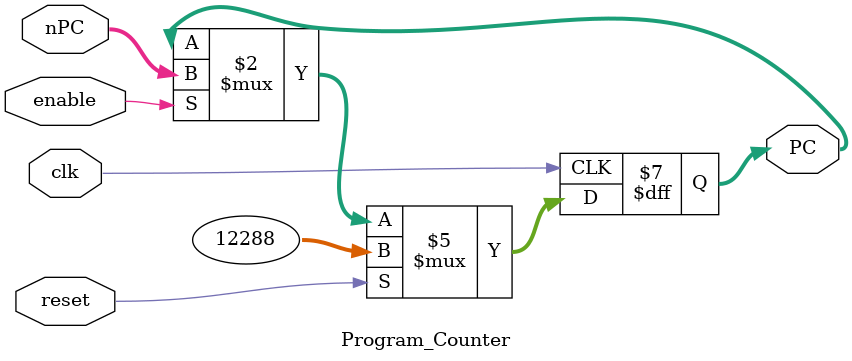
<source format=v>
`timescale 1ns / 1ps
module Program_Counter(
    input [31:0] nPC,	// ÏÂÌõÖ¸ÁîµÄµØÖ·
    input clk,	// Ê±ÖÓÐÅºÅ
    input reset,	// ÔÚÊ±ÖÓÉÏÉýÑØµ½À´Ê±£¬Èç¹ûresetÎª1£¬½«PC¸´Î»Îª0x00003000
	 input enable, // Ê¹ÄÜÐÅºÅ
    output reg [31:0] PC // ±¾ÌõÖ¸ÁîµÄµØÖ·
    );
	 
	 /*initial begin
		PC = 32'h00003000; // »ùµØÖ·0x00003000
	 end*/
	 
	 always@(posedge clk) begin
		//$display("PC :%h", PC);
		 if (reset) // resetµÄÓÅÏÈ¼¶×î¸ß
			PC <= 32'h00003000;
		 else if (enable) // ²»ÓÃreset,ÇÒÊ¹ÄÜÎª1,Ôò½«PC¸üÐÂµ½ÏÂÌõÖ¸ÁîµØÖ·
			PC <= nPC;
	 end
	
endmodule

</source>
